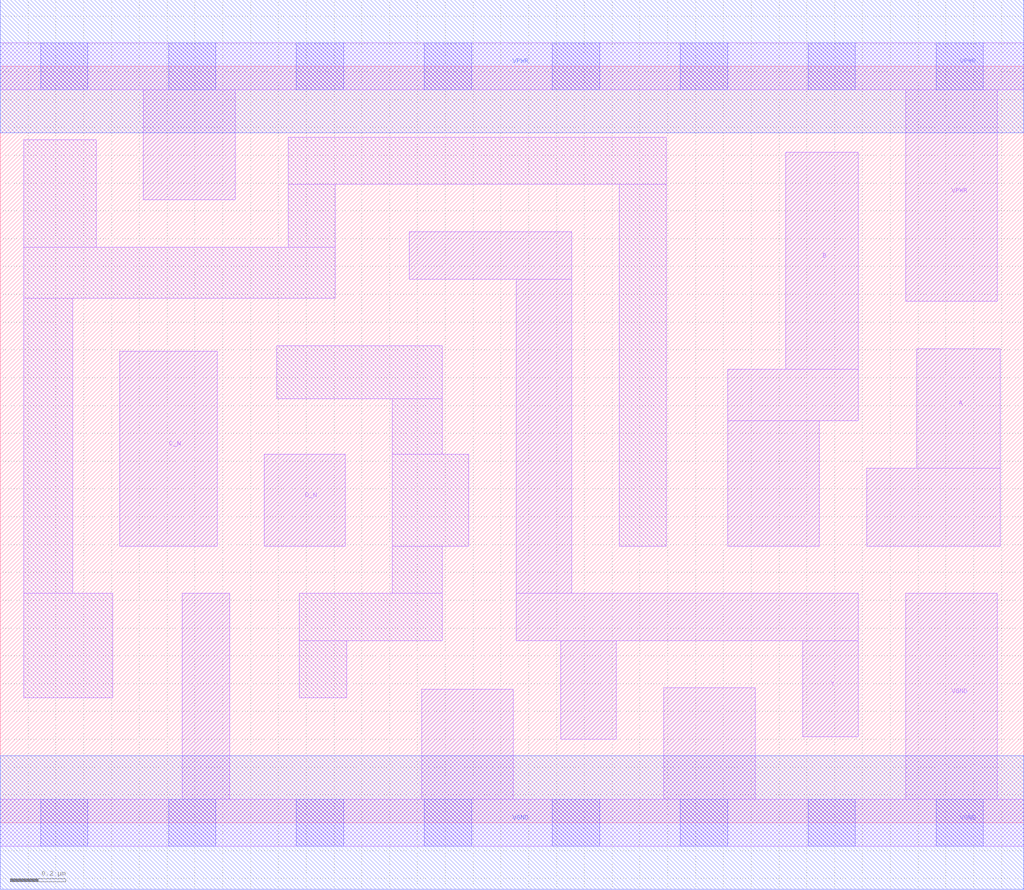
<source format=lef>
# Copyright 2020 The SkyWater PDK Authors
#
# Licensed under the Apache License, Version 2.0 (the "License");
# you may not use this file except in compliance with the License.
# You may obtain a copy of the License at
#
#     https://www.apache.org/licenses/LICENSE-2.0
#
# Unless required by applicable law or agreed to in writing, software
# distributed under the License is distributed on an "AS IS" BASIS,
# WITHOUT WARRANTIES OR CONDITIONS OF ANY KIND, either express or implied.
# See the License for the specific language governing permissions and
# limitations under the License.
#
# SPDX-License-Identifier: Apache-2.0

VERSION 5.7 ;
  NAMESCASESENSITIVE ON ;
  NOWIREEXTENSIONATPIN ON ;
  DIVIDERCHAR "/" ;
  BUSBITCHARS "[]" ;
UNITS
  DATABASE MICRONS 200 ;
END UNITS
MACRO sky130_fd_sc_hd__nor4bb_1
  CLASS CORE ;
  SOURCE USER ;
  FOREIGN sky130_fd_sc_hd__nor4bb_1 ;
  ORIGIN  0.000000  0.000000 ;
  SIZE  3.680000 BY  2.720000 ;
  SYMMETRY X Y R90 ;
  SITE unithd ;
  PIN A
    ANTENNAGATEAREA  0.247500 ;
    DIRECTION INPUT ;
    USE SIGNAL ;
    PORT
      LAYER li1 ;
        RECT 3.115000 0.995000 3.595000 1.275000 ;
        RECT 3.295000 1.275000 3.595000 1.705000 ;
    END
  END A
  PIN B
    ANTENNAGATEAREA  0.247500 ;
    DIRECTION INPUT ;
    USE SIGNAL ;
    PORT
      LAYER li1 ;
        RECT 2.615000 0.995000 2.945000 1.445000 ;
        RECT 2.615000 1.445000 3.085000 1.630000 ;
        RECT 2.825000 1.630000 3.085000 2.410000 ;
    END
  END B
  PIN C_N
    ANTENNAGATEAREA  0.126000 ;
    DIRECTION INPUT ;
    USE SIGNAL ;
    PORT
      LAYER li1 ;
        RECT 0.430000 0.995000 0.780000 1.695000 ;
    END
  END C_N
  PIN D_N
    ANTENNAGATEAREA  0.126000 ;
    DIRECTION INPUT ;
    USE SIGNAL ;
    PORT
      LAYER li1 ;
        RECT 0.950000 0.995000 1.240000 1.325000 ;
    END
  END D_N
  PIN Y
    ANTENNADIFFAREA  0.606900 ;
    DIRECTION OUTPUT ;
    USE SIGNAL ;
    PORT
      LAYER li1 ;
        RECT 1.470000 1.955000 2.055000 2.125000 ;
        RECT 1.855000 0.655000 3.085000 0.825000 ;
        RECT 1.855000 0.825000 2.055000 1.955000 ;
        RECT 2.015000 0.300000 2.215000 0.655000 ;
        RECT 2.885000 0.310000 3.085000 0.655000 ;
    END
  END Y
  PIN VGND
    DIRECTION INOUT ;
    SHAPE ABUTMENT ;
    USE GROUND ;
    PORT
      LAYER li1 ;
        RECT 0.000000 -0.085000 3.680000 0.085000 ;
        RECT 0.655000  0.085000 0.825000 0.825000 ;
        RECT 1.515000  0.085000 1.845000 0.480000 ;
        RECT 2.385000  0.085000 2.715000 0.485000 ;
        RECT 3.255000  0.085000 3.585000 0.825000 ;
      LAYER mcon ;
        RECT 0.145000 -0.085000 0.315000 0.085000 ;
        RECT 0.605000 -0.085000 0.775000 0.085000 ;
        RECT 1.065000 -0.085000 1.235000 0.085000 ;
        RECT 1.525000 -0.085000 1.695000 0.085000 ;
        RECT 1.985000 -0.085000 2.155000 0.085000 ;
        RECT 2.445000 -0.085000 2.615000 0.085000 ;
        RECT 2.905000 -0.085000 3.075000 0.085000 ;
        RECT 3.365000 -0.085000 3.535000 0.085000 ;
      LAYER met1 ;
        RECT 0.000000 -0.240000 3.680000 0.240000 ;
    END
  END VGND
  PIN VPWR
    DIRECTION INOUT ;
    SHAPE ABUTMENT ;
    USE POWER ;
    PORT
      LAYER li1 ;
        RECT 0.000000 2.635000 3.680000 2.805000 ;
        RECT 0.515000 2.240000 0.845000 2.635000 ;
        RECT 3.255000 1.875000 3.585000 2.635000 ;
      LAYER mcon ;
        RECT 0.145000 2.635000 0.315000 2.805000 ;
        RECT 0.605000 2.635000 0.775000 2.805000 ;
        RECT 1.065000 2.635000 1.235000 2.805000 ;
        RECT 1.525000 2.635000 1.695000 2.805000 ;
        RECT 1.985000 2.635000 2.155000 2.805000 ;
        RECT 2.445000 2.635000 2.615000 2.805000 ;
        RECT 2.905000 2.635000 3.075000 2.805000 ;
        RECT 3.365000 2.635000 3.535000 2.805000 ;
      LAYER met1 ;
        RECT 0.000000 2.480000 3.680000 2.960000 ;
    END
  END VPWR
  OBS
    LAYER li1 ;
      RECT 0.085000 0.450000 0.405000 0.825000 ;
      RECT 0.085000 0.825000 0.260000 1.885000 ;
      RECT 0.085000 1.885000 1.205000 2.070000 ;
      RECT 0.085000 2.070000 0.345000 2.455000 ;
      RECT 0.995000 1.525000 1.590000 1.715000 ;
      RECT 1.035000 2.070000 1.205000 2.295000 ;
      RECT 1.035000 2.295000 2.395000 2.465000 ;
      RECT 1.075000 0.450000 1.245000 0.655000 ;
      RECT 1.075000 0.655000 1.590000 0.825000 ;
      RECT 1.410000 0.825000 1.590000 0.995000 ;
      RECT 1.410000 0.995000 1.685000 1.325000 ;
      RECT 1.410000 1.325000 1.590000 1.525000 ;
      RECT 2.225000 0.995000 2.395000 2.295000 ;
  END
END sky130_fd_sc_hd__nor4bb_1
END LIBRARY

</source>
